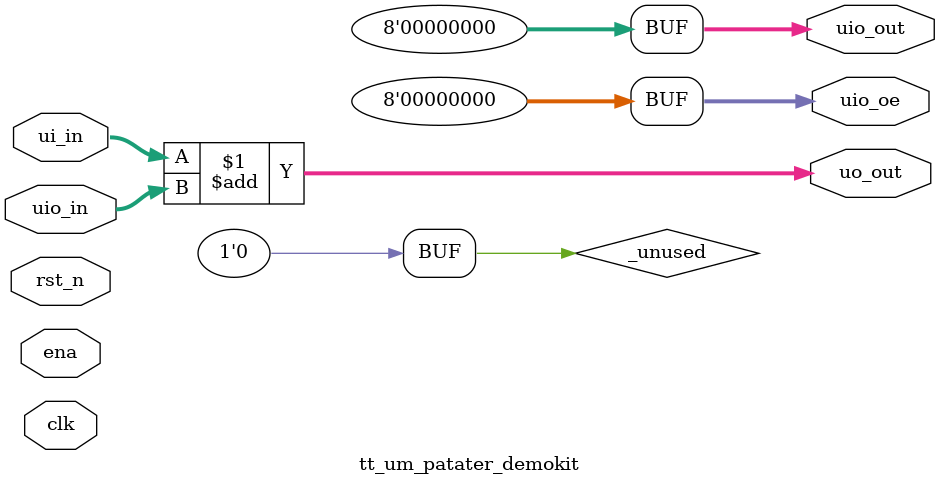
<source format=v>
/*
 * Copyright (c) 2024 Your Name
 * SPDX-License-Identifier: Apache-2.0
 */

`default_nettype none

module tt_um_patater_demokit (
    input  wire [7:0] ui_in,    // Dedicated inputs
    output wire [7:0] uo_out,   // Dedicated outputs
    input  wire [7:0] uio_in,   // IOs: Input path
    output wire [7:0] uio_out,  // IOs: Output path
    output wire [7:0] uio_oe,   // IOs: Enable path (active high: 0=input, 1=output)
    input  wire       ena,      // always 1 when the design is powered, so you can ignore it
    input  wire       clk,      // clock
    input  wire       rst_n     // reset_n - low to reset
);

  // All output pins must be assigned. If not used, assign to 0.
  assign uo_out  = ui_in + uio_in;  // Example: ou_out is the sum of ui_in and uio_in
  assign uio_out = 0;
  assign uio_oe  = 0;

  // List all unused inputs to prevent warnings
  wire _unused = &{ena, clk, rst_n, 1'b0};

endmodule

</source>
